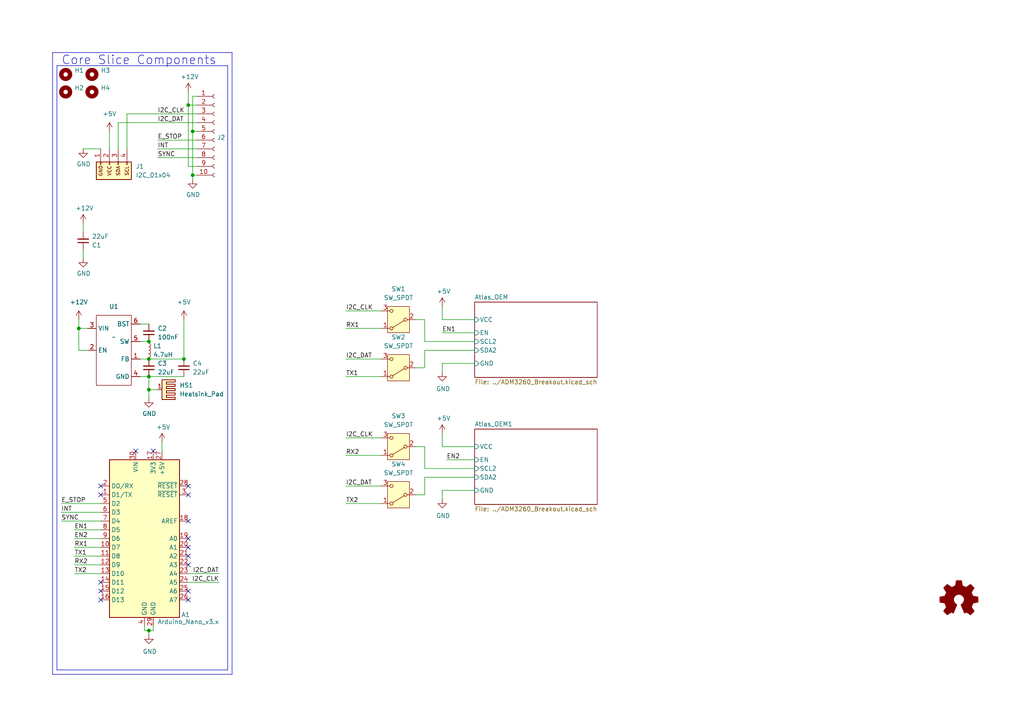
<source format=kicad_sch>
(kicad_sch (version 20231120) (generator "eeschema") (generator_version "8.0")
  (paper "A4")
  (lib_symbols
    (symbol "Connector:Conn_01x10_Female" (pin_names (offset 1.016) hide)
      (property "Reference" "J" (at 0 12.7 0))
      (property "Value" "Conn_01x10_Female" (at 0 -15.24 0))
      (symbol "Conn_01x10_Female_1_1"
        (arc (start 0 -12.192) (mid -0.5058 -12.7) (end 0 -13.208) (stroke (width 0.1524)))
        (arc (start 0 -9.652) (mid -0.5058 -10.16) (end 0 -10.668) (stroke (width 0.1524)))
        (arc (start 0 -7.112) (mid -0.5058 -7.62) (end 0 -8.128) (stroke (width 0.1524)))
        (arc (start 0 -4.572) (mid -0.5058 -5.08) (end 0 -5.588) (stroke (width 0.1524)))
        (arc (start 0 -2.032) (mid -0.5058 -2.54) (end 0 -3.048) (stroke (width 0.1524)))
        (polyline (pts (xy -1.27 -12.7) (xy -0.508 -12.7)) (stroke (width 0.1524)))
        (polyline (pts (xy -1.27 -10.16) (xy -0.508 -10.16)) (stroke (width 0.1524)))
        (polyline (pts (xy -1.27 -7.62) (xy -0.508 -7.62)) (stroke (width 0.1524)))
        (polyline (pts (xy -1.27 -5.08) (xy -0.508 -5.08)) (stroke (width 0.1524)))
        (polyline (pts (xy -1.27 -2.54) (xy -0.508 -2.54)) (stroke (width 0.1524)))
        (polyline (pts (xy -1.27 0) (xy -0.508 0)) (stroke (width 0.1524)))
        (polyline (pts (xy -1.27 2.54) (xy -0.508 2.54)) (stroke (width 0.1524)))
        (polyline (pts (xy -1.27 5.08) (xy -0.508 5.08)) (stroke (width 0.1524)))
        (polyline (pts (xy -1.27 7.62) (xy -0.508 7.62)) (stroke (width 0.1524)))
        (polyline (pts (xy -1.27 10.16) (xy -0.508 10.16)) (stroke (width 0.1524)))
        (arc (start 0 0.508) (mid -0.5058 0) (end 0 -0.508) (stroke (width 0.1524)))
        (arc (start 0 3.048) (mid -0.5058 2.54) (end 0 2.032) (stroke (width 0.1524)))
        (arc (start 0 5.588) (mid -0.5058 5.08) (end 0 4.572) (stroke (width 0.1524)))
        (arc (start 0 8.128) (mid -0.5058 7.62) (end 0 7.112) (stroke (width 0.1524)))
        (arc (start 0 10.668) (mid -0.5058 10.16) (end 0 9.652) (stroke (width 0.1524)))
        (pin passive line (at -5.08 10.16 0) (length 3.81) (name "Pin_1") (number "1"))
        (pin passive line (at -5.08 -12.7 0) (length 3.81) (name "Pin_10") (number "10"))
        (pin passive line (at -5.08 7.62 0) (length 3.81) (name "Pin_2") (number "2"))
        (pin passive line (at -5.08 5.08 0) (length 3.81) (name "Pin_3") (number "3"))
        (pin passive line (at -5.08 2.54 0) (length 3.81) (name "Pin_4") (number "4"))
        (pin passive line (at -5.08 0 0) (length 3.81) (name "Pin_5") (number "5"))
        (pin passive line (at -5.08 -2.54 0) (length 3.81) (name "Pin_6") (number "6"))
        (pin passive line (at -5.08 -5.08 0) (length 3.81) (name "Pin_7") (number "7"))
        (pin passive line (at -5.08 -7.62 0) (length 3.81) (name "Pin_8") (number "8"))
        (pin passive line (at -5.08 -10.16 0) (length 3.81) (name "Pin_9") (number "9"))
      )
    )
    (symbol "Device:C_Small" (pin_numbers hide) (pin_names (offset 0.254) hide)
      (property "Reference" "C" (at 0.254 1.778 0))
      (property "Value" "C_Small" (at 0.254 -2.032 0))
      (symbol "C_Small_0_1"
        (polyline (pts (xy -1.524 -0.508) (xy 1.524 -0.508)) (stroke (width 0.3302)))
        (polyline (pts (xy -1.524 0.508) (xy 1.524 0.508)) (stroke (width 0.3048)))
      )
      (symbol "C_Small_1_1"
        (pin passive line (at 0 2.54 270) (length 2.032) (name "~") (number "1"))
        (pin passive line (at 0 -2.54 90) (length 2.032) (name "~") (number "2"))
      )
    )
    (symbol "Device:L_Small" (pin_numbers hide) (pin_names (offset 0.254) hide)
      (property "Reference" "L" (at 0.762 1.016 0))
      (property "Value" "L_Small" (at 0.762 -1.016 0))
      (symbol "L_Small_0_1"
        (arc (start 0 -2.032) (mid 0.5058 -1.524) (end 0 -1.016))
        (arc (start 0 -1.016) (mid 0.5058 -0.508) (end 0 0))
        (arc (start 0 0) (mid 0.5058 0.508) (end 0 1.016))
        (arc (start 0 1.016) (mid 0.5058 1.524) (end 0 2.032))
      )
      (symbol "L_Small_1_1"
        (pin passive line (at 0 2.54 270) (length 0.508) (name "~") (number "1"))
        (pin passive line (at 0 -2.54 90) (length 0.508) (name "~") (number "2"))
      )
    )
    (symbol "Graphic:Logo_Open_Hardware_Small" (pin_names (offset 1.016))
      (symbol "Logo_Open_Hardware_Small_0_1"
        (polyline (pts (xy 3.3528 -4.3434) (xy 3.302 -4.318) (xy 3.175 -4.2418) (xy 2.9972 -4.1148) (xy 2.7686 -3.9624) (xy 2.54 -3.81) (xy 2.3622 -3.7084) (xy 2.2352 -3.6068) (xy 2.1844 -3.5814) (xy 2.159 -3.6068) (xy 2.0574 -3.6576) (xy 1.905 -3.7338) (xy 1.8034 -3.7846) (xy 1.6764 -3.8354) (xy 1.6002 -3.8354) (xy 1.6002 -3.8354) (xy 1.5494 -3.7338) (xy 1.4732 -3.5306) (xy 1.3462 -3.302) (xy 1.2446 -3.0226) (xy 1.1176 -2.7178) (xy 0.9652 -2.413) (xy 0.8636 -2.1082) (xy 0.7366 -1.8288) (xy 0.6604 -1.6256) (xy 0.6096 -1.4732) (xy 0.5842 -1.397) (xy 0.5842 -1.397) (xy 0.6604 -1.3208) (xy 0.7874 -1.2446) (xy 1.0414 -1.016) (xy 1.2954 -0.6858) (xy 1.4478 -0.3302) (xy 1.524 0.0762) (xy 1.4732 0.4572) (xy 1.3208 0.8128) (xy 1.0668 1.143) (xy 0.762 1.3716) (xy 0.4064 1.524) (xy 0 1.5748) (xy -0.381 1.5494) (xy -0.7366 1.397) (xy -1.0668 1.143) (xy -1.2192 0.9906) (xy -1.397 0.6604) (xy -1.524 0.3048) (xy -1.524 0.2286) (xy -1.4986 -0.1778) (xy -1.397 -0.5334) (xy -1.1938 -0.8636) (xy -0.9144 -1.143) (xy -0.8636 -1.1684) (xy -0.7366 -1.27) (xy -0.635 -1.3462) (xy -0.5842 -1.397) (xy -1.0668 -2.5908) (xy -1.143 -2.794) (xy -1.2954 -3.1242) (xy -1.397 -3.4036) (xy -1.4986 -3.6322) (xy -1.5748 -3.7846) (xy -1.6002 -3.8354) (xy -1.6002 -3.8354) (xy -1.651 -3.8354) (xy -1.7272 -3.81) (xy -1.905 -3.7338) (xy -2.0066 -3.683) (xy -2.1336 -3.6068) (xy -2.2098 -3.5814) (xy -2.2606 -3.6068) (xy -2.3622 -3.683) (xy -2.54 -3.81) (xy -2.7686 -3.9624) (xy -2.9718 -4.0894) (xy -3.1496 -4.2164) (xy -3.302 -4.318) (xy -3.3528 -4.3434) (xy -3.3782 -4.3434) (xy -3.429 -4.318) (xy -3.5306 -4.2164) (xy -3.7084 -4.064) (xy -3.937 -3.8354) (xy -3.9624 -3.81) (xy -4.1656 -3.6068) (xy -4.318 -3.4544) (xy -4.4196 -3.3274) (xy -4.445 -3.2766) (xy -4.445 -3.2766) (xy -4.4196 -3.2258) (xy -4.318 -3.0734) (xy -4.2164 -2.8956) (xy -4.064 -2.667) (xy -3.6576 -2.0828) (xy -3.8862 -1.5494) (xy -3.937 -1.3716) (xy -4.0386 -1.1684) (xy -4.0894 -1.0414) (xy -4.1148 -0.9652) (xy -4.191 -0.9398) (xy -4.318 -0.9144) (xy -4.5466 -0.8636) (xy -4.8006 -0.8128) (xy -5.0546 -0.7874) (xy -5.2578 -0.7366) (xy -5.4356 -0.7112) (xy -5.5118 -0.6858) (xy -5.5118 -0.6858) (xy -5.5372 -0.635) (xy -5.5372 -0.5588) (xy -5.5372 -0.4318) (xy -5.5626 -0.2286) (xy -5.5626 0.0762) (xy -5.5626 0.127) (xy -5.5372 0.4064) (xy -5.5372 0.635) (xy -5.5372 0.762) (xy -5.5372 0.8382) (xy -5.5372 0.8382) (xy -5.461 0.8382) (xy -5.3086 0.889) (xy -5.08 0.9144) (xy -4.826 0.9652) (xy -4.8006 0.9906) (xy -4.5466 1.0414) (xy -4.318 1.0668) (xy -4.1656 1.1176) (xy -4.0894 1.143) (xy -4.0894 1.143) (xy -4.0386 1.2446) (xy -3.9624 1.4224) (xy -3.8608 1.6256) (xy -3.7846 1.8288) (xy -3.7084 2.0066) (xy -3.6576 2.159) (xy -3.6322 2.2098) (xy -3.6322 2.2098) (xy -3.683 2.286) (xy -3.7592 2.413) (xy -3.8862 2.5908) (xy -4.064 2.8194) (xy -4.064 2.8448) (xy -4.2164 3.0734) (xy -4.3434 3.2512) (xy -4.4196 3.3782) (xy -4.445 3.4544) (xy -4.445 3.4544) (xy -4.3942 3.5052) (xy -4.2926 3.6322) (xy -4.1148 3.81) (xy -3.937 4.0132) (xy -3.8608 4.064) (xy -3.6576 4.2926) (xy -3.5052 4.4196) (xy -3.4036 4.4958) (xy -3.3528 4.5212) (xy -3.3528 4.5212) (xy -3.302 4.4704) (xy -3.1496 4.3688) (xy -2.9718 4.2418) (xy -2.7432 4.0894) (xy -2.7178 4.0894) (xy -2.4892 3.937) (xy -2.3114 3.81) (xy -2.1844 3.7084) (xy -2.1336 3.683) (xy -2.1082 3.683) (xy -2.032 3.7084) (xy -1.8542 3.7592) (xy -1.6764 3.8354) (xy -1.4732 3.937) (xy -1.27 4.0132) (xy -1.143 4.064) (xy -1.0668 4.1148) (xy -1.0668 4.1148) (xy -1.0414 4.191) (xy -1.016 4.3434) (xy -0.9652 4.572) (xy -0.9144 4.8514) (xy -0.889 4.9022) (xy -0.8382 5.1562) (xy -0.8128 5.3848) (xy -0.7874 5.5372) (xy -0.762 5.588) (xy -0.7112 5.6134) (xy -0.5842 5.6134) (xy -0.4064 5.6134) (xy -0.1524 5.6134) (xy 0.0762 5.6134) (xy 0.3302 5.6134) (xy 0.5334 5.6134) (xy 0.6858 5.588) (xy 0.7366 5.588) (xy 0.7366 5.588) (xy 0.762 5.5118) (xy 0.8128 5.334) (xy 0.8382 5.1054) (xy 0.9144 4.826) (xy 0.9144 4.7752) (xy 0.9652 4.5212) (xy 1.016 4.2926) (xy 1.0414 4.1402) (xy 1.0668 4.0894) (xy 1.0668 4.0894) (xy 1.1938 4.0386) (xy 1.3716 3.9624) (xy 1.5748 3.8608) (xy 2.0828 3.6576) (xy 2.7178 4.0894) (xy 2.7686 4.1402) (xy 2.9972 4.2926) (xy 3.175 4.4196) (xy 3.302 4.4958) (xy 3.3782 4.5212) (xy 3.3782 4.5212) (xy 3.429 4.4704) (xy 3.556 4.3434) (xy 3.7338 4.191) (xy 3.9116 3.9878) (xy 4.064 3.8354) (xy 4.2418 3.6576) (xy 4.3434 3.556) (xy 4.4196 3.4798) (xy 4.4196 3.429) (xy 4.4196 3.4036) (xy 4.3942 3.3274) (xy 4.2926 3.2004) (xy 4.1656 2.9972) (xy 4.0132 2.794) (xy 3.8862 2.5908) (xy 3.7592 2.3876) (xy 3.6576 2.2352) (xy 3.6322 2.159) (xy 3.6322 2.1336) (xy 3.683 2.0066) (xy 3.7592 1.8288) (xy 3.8608 1.6002) (xy 4.064 1.1176) (xy 4.3942 1.0414) (xy 4.5974 1.016) (xy 4.8768 0.9652) (xy 5.1308 0.9144) (xy 5.5372 0.8382) (xy 5.5626 -0.6604) (xy 5.4864 -0.6858) (xy 5.4356 -0.6858) (xy 5.2832 -0.7366) (xy 5.0546 -0.762) (xy 4.8006 -0.8128) (xy 4.5974 -0.8636) (xy 4.3688 -0.9144) (xy 4.2164 -0.9398) (xy 4.1402 -0.9398) (xy 4.1148 -0.9652) (xy 4.064 -1.0668) (xy 3.9878 -1.2446) (xy 3.9116 -1.4478) (xy 3.81 -1.651) (xy 3.7338 -1.8542) (xy 3.683 -2.0066) (xy 3.6576 -2.0828) (xy 3.683 -2.1336) (xy 3.7846 -2.2606) (xy 3.8862 -2.4638) (xy 4.0386 -2.667) (xy 4.191 -2.8956) (xy 4.318 -3.0734) (xy 4.3942 -3.2004) (xy 4.445 -3.2766) (xy 4.4196 -3.3274) (xy 4.3434 -3.429) (xy 4.1656 -3.5814) (xy 3.937 -3.8354) (xy 3.8862 -3.8608) (xy 3.683 -4.064) (xy 3.5306 -4.2164) (xy 3.4036 -4.318) (xy 3.3528 -4.3434)) (fill (type outline)))
      )
    )
    (symbol "MCU_Module:Arduino_Nano_v3.x"
      (property "Reference" "A" (at -10.16 23.495 0))
      (property "Value" "Arduino_Nano_v3.x" (at 5.08 -24.13 0))
      (symbol "Arduino_Nano_v3.x_0_1"
        (rectangle (start -10.16 22.86) (end 10.16 -22.86) (stroke (width 0.254)) (fill (type background)))
      )
      (symbol "Arduino_Nano_v3.x_1_1"
        (pin bidirectional line (at -12.7 12.7 0) (length 2.54) (name "D1/TX") (number "1"))
        (pin bidirectional line (at -12.7 -2.54 0) (length 2.54) (name "D7") (number "10"))
        (pin bidirectional line (at -12.7 -5.08 0) (length 2.54) (name "D8") (number "11"))
        (pin bidirectional line (at -12.7 -7.62 0) (length 2.54) (name "D9") (number "12"))
        (pin bidirectional line (at -12.7 -10.16 0) (length 2.54) (name "D10") (number "13"))
        (pin bidirectional line (at -12.7 -12.7 0) (length 2.54) (name "D11") (number "14"))
        (pin bidirectional line (at -12.7 -15.24 0) (length 2.54) (name "D12") (number "15"))
        (pin bidirectional line (at -12.7 -17.78 0) (length 2.54) (name "D13") (number "16"))
        (pin power_out line (at 2.54 25.4 270) (length 2.54) (name "3V3") (number "17"))
        (pin input line (at 12.7 5.08 180) (length 2.54) (name "AREF") (number "18"))
        (pin bidirectional line (at 12.7 0 180) (length 2.54) (name "A0") (number "19"))
        (pin bidirectional line (at -12.7 15.24 0) (length 2.54) (name "D0/RX") (number "2"))
        (pin bidirectional line (at 12.7 -2.54 180) (length 2.54) (name "A1") (number "20"))
        (pin bidirectional line (at 12.7 -5.08 180) (length 2.54) (name "A2") (number "21"))
        (pin bidirectional line (at 12.7 -7.62 180) (length 2.54) (name "A3") (number "22"))
        (pin bidirectional line (at 12.7 -10.16 180) (length 2.54) (name "A4") (number "23"))
        (pin bidirectional line (at 12.7 -12.7 180) (length 2.54) (name "A5") (number "24"))
        (pin bidirectional line (at 12.7 -15.24 180) (length 2.54) (name "A6") (number "25"))
        (pin bidirectional line (at 12.7 -17.78 180) (length 2.54) (name "A7") (number "26"))
        (pin power_out line (at 5.08 25.4 270) (length 2.54) (name "+5V") (number "27"))
        (pin input line (at 12.7 15.24 180) (length 2.54) (name "~{RESET}") (number "28"))
        (pin power_in line (at 2.54 -25.4 90) (length 2.54) (name "GND") (number "29"))
        (pin input line (at 12.7 12.7 180) (length 2.54) (name "~{RESET}") (number "3"))
        (pin power_in line (at -2.54 25.4 270) (length 2.54) (name "VIN") (number "30"))
        (pin power_in line (at 0 -25.4 90) (length 2.54) (name "GND") (number "4"))
        (pin bidirectional line (at -12.7 10.16 0) (length 2.54) (name "D2") (number "5"))
        (pin bidirectional line (at -12.7 7.62 0) (length 2.54) (name "D3") (number "6"))
        (pin bidirectional line (at -12.7 5.08 0) (length 2.54) (name "D4") (number "7"))
        (pin bidirectional line (at -12.7 2.54 0) (length 2.54) (name "D5") (number "8"))
        (pin bidirectional line (at -12.7 0 0) (length 2.54) (name "D6") (number "9"))
      )
    )
    (symbol "Mechanical:Heatsink_Pad" (pin_names (offset 0))
      (property "Reference" "HS" (at 0 5.715 0))
      (property "Value" "Heatsink_Pad" (at 0 3.81 0))
      (symbol "Heatsink_Pad_0_1"
        (polyline (pts (xy -0.3302 0) (xy -0.9652 0) (xy -0.9652 2.54) (xy -1.6002 2.54) (xy -1.6002 0) (xy -2.2352 0) (xy -2.2352 2.54) (xy -2.8702 2.54) (xy -2.8702 -1.27) (xy -0.9652 -1.27)) (stroke (width 0.254)) (fill (type background)))
        (polyline (pts (xy -0.3302 0) (xy -0.3302 2.54) (xy 0.3048 2.54) (xy 0.3048 0) (xy 0.9398 0) (xy 0.9398 2.54) (xy 1.5748 2.54) (xy 1.5748 0) (xy 2.2098 0) (xy 2.2098 2.54) (xy 2.8448 2.54) (xy 2.8448 -1.27) (xy -0.9652 -1.27)) (stroke (width 0.254)) (fill (type background)))
      )
      (symbol "Heatsink_Pad_1_1"
        (pin passive line (at 0 -2.54 90) (length 1.27) (name "~") (number "1"))
      )
    )
    (symbol "Mechanical:MountingHole" (pin_names (offset 1.016))
      (property "Reference" "H" (at 0 5.08 0))
      (property "Value" "MountingHole" (at 0 3.175 0))
      (symbol "MountingHole_0_1"
        (circle (center 0 0) (radius 1.27) (stroke (width 1.27)))
      )
    )
    (symbol "SparkFun-Connector:I2C_01x04" (pin_names (offset 1.016) hide)
      (property "Reference" "J" (at 0 5.08 0))
      (property "Value" "I2C_01x04" (at 0 -7.62 0))
      (symbol "I2C_01x04_1_1"
        (rectangle (start -1.27 -4.953) (end -0.508 -5.207) (stroke (width 0.1524)))
        (rectangle (start -1.27 -2.413) (end -0.508 -2.667) (stroke (width 0.1524)))
        (rectangle (start -1.27 0.127) (end -0.508 -0.127) (stroke (width 0.1524)))
        (rectangle (start -1.27 2.667) (end -0.508 2.413) (stroke (width 0.1524)))
        (rectangle (start -1.27 3.81) (end 3.81 -6.35) (stroke (width 0.254)) (fill (type background)))
        (text "GND" (at 1.27 -5.08 0) (effects (font (size 1 1))))
        (text "SCL" (at 1.27 2.54 0) (effects (font (size 1 1))))
        (text "SDA" (at 1.27 0 0) (effects (font (size 1 1))))
        (text "VCC" (at 1.27 -2.54 0) (effects (font (size 1 1))))
        (pin passive line (at -5.08 -5.08 0) (length 3.81) (name "Pin_1") (number "1"))
        (pin passive line (at -5.08 -2.54 0) (length 3.81) (name "Pin_2") (number "2"))
        (pin passive line (at -5.08 0 0) (length 3.81) (name "Pin_3") (number "3"))
        (pin passive line (at -5.08 2.54 0) (length 3.81) (name "Pin_4") (number "4"))
      )
    )
    (symbol "SparkFun-DiscreteSemi:AP63205"
      (property "Reference" "U" (at 0 7.62 0))
      (symbol "AP63205_0_1"
        (rectangle (start -5.08 6.35) (end 5.08 -13.97))
      )
      (symbol "AP63205_1_1"
        (pin input line (at 7.62 -6.35 180) (length 2.54) (name "FB") (number "1"))
        (pin input line (at -7.62 -3.81 0) (length 2.54) (name "EN") (number "2"))
        (pin input line (at -7.62 2.54 0) (length 2.54) (name "VIN") (number "3"))
        (pin input line (at 7.62 -11.43 180) (length 2.54) (name "GND") (number "4"))
        (pin input line (at 7.62 -1.27 180) (length 2.54) (name "SW") (number "5"))
        (pin input line (at 7.62 3.81 180) (length 2.54) (name "BST") (number "6"))
      )
    )
    (symbol "Switch:SW_SPDT" (pin_names (offset 0) hide)
      (property "Reference" "SW" (at 0 5.08 0))
      (property "Value" "SW_SPDT" (at 0 -5.08 0))
      (symbol "SW_SPDT_0_1"
        (circle (center -2.032 0) (radius 0.4572))
        (polyline (pts (xy -1.651 0.254) (xy 1.651 2.286)))
        (circle (center 2.032 -2.54) (radius 0.4572))
        (circle (center 2.032 2.54) (radius 0.4572))
      )
      (symbol "SW_SPDT_1_1"
        (rectangle (start -3.175 3.81) (end 3.175 -3.81) (fill (type background)))
        (pin passive line (at 5.08 2.54 180) (length 2.54) (name "A") (number "1"))
        (pin passive line (at -5.08 0 0) (length 2.54) (name "B") (number "2"))
        (pin passive line (at 5.08 -2.54 180) (length 2.54) (name "C") (number "3"))
      )
    )
    (symbol "power:+12V" (power) (pin_names (offset 0))
      (property "Value" "+12V" (at 0 3.556 0))
      (symbol "+12V_0_1"
        (polyline (pts (xy -0.762 1.27) (xy 0 2.54)))
        (polyline (pts (xy 0 0) (xy 0 2.54)))
        (polyline (pts (xy 0 2.54) (xy 0.762 1.27)))
      )
      (symbol "+12V_1_1"
        (pin power_in line (at 0 0 90) (length 0) hide (name "+12V") (number "1"))
      )
    )
    (symbol "power:+5V" (power) (pin_names (offset 0))
      (property "Value" "+5V" (at 0 3.556 0))
      (symbol "+5V_0_1"
        (polyline (pts (xy -0.762 1.27) (xy 0 2.54)))
        (polyline (pts (xy 0 0) (xy 0 2.54)))
        (polyline (pts (xy 0 2.54) (xy 0.762 1.27)))
      )
      (symbol "+5V_1_1"
        (pin power_in line (at 0 0 90) (length 0) hide (name "+5V") (number "1"))
      )
    )
    (symbol "power:GND" (power) (pin_names (offset 0))
      (property "Value" "GND" (at 0 -3.81 0))
      (symbol "GND_0_1"
        (polyline (pts (xy 0 0) (xy 0 -1.27) (xy 1.27 -1.27) (xy 0 -2.54) (xy -1.27 -1.27) (xy 0 -1.27)))
      )
      (symbol "GND_1_1"
        (pin power_in line (at 0 0 270) (length 0) hide (name "GND") (number "1"))
      )
    )
  )
  (junction (at 54.61 30.48))
  (junction (at 43.18 109.22))
  (junction (at 55.88 50.8))
  (junction (at 43.18 99.06))
  (junction (at 43.18 113.03))
  (junction (at 43.18 104.14))
  (junction (at 22.86 95.25))
  (junction (at 53.34 104.14))
  (junction (at 55.88 38.1))
  (junction (at 43.18 182.88))
  (no_connect (at 39.37 130.81))
  (no_connect (at 54.61 171.45))
  (no_connect (at 29.21 171.45))
  (no_connect (at 29.21 143.51))
  (no_connect (at 54.61 161.29))
  (no_connect (at 54.61 173.99))
  (no_connect (at 54.61 140.97))
  (no_connect (at 54.61 158.75))
  (no_connect (at 54.61 156.21))
  (no_connect (at 54.61 151.13))
  (no_connect (at 29.21 140.97))
  (no_connect (at 54.61 143.51))
  (no_connect (at 44.45 130.81))
  (no_connect (at 54.61 163.83))
  (no_connect (at 29.21 168.91))
  (no_connect (at 29.21 173.99))
  (wire (pts (xy 54.61 30.48) (xy 57.15 30.48)))
  (wire (pts (xy 54.61 26.67) (xy 54.61 30.48)))
  (polyline (pts (xy 15.24 195.58) (xy 67.31 195.58)))
  (wire (pts (xy 22.86 95.25) (xy 25.4 95.25)))
  (wire (pts (xy 40.64 109.22) (xy 43.18 109.22)))
  (wire (pts (xy 100.33 127) (xy 110.49 127)))
  (wire (pts (xy 128.27 129.54) (xy 137.668 129.54)))
  (wire (pts (xy 36.83 33.02) (xy 57.15 33.02)))
  (wire (pts (xy 43.18 104.14) (xy 53.34 104.14)))
  (wire (pts (xy 43.18 115.57) (xy 43.18 113.03)))
  (wire (pts (xy 40.64 99.06) (xy 43.18 99.06)))
  (wire (pts (xy 57.15 50.8) (xy 55.88 50.8)))
  (wire (pts (xy 24.13 72.39) (xy 24.13 74.93)))
  (wire (pts (xy 57.15 48.26) (xy 54.61 48.26)))
  (wire (pts (xy 29.21 146.05) (xy 17.78 146.05)))
  (wire (pts (xy 36.83 43.18) (xy 36.83 33.02)))
  (wire (pts (xy 128.27 125.73) (xy 128.27 129.54)))
  (wire (pts (xy 123.19 138.43) (xy 123.19 143.51)))
  (wire (pts (xy 34.29 43.18) (xy 34.29 35.56)))
  (wire (pts (xy 21.59 163.83) (xy 29.21 163.83)))
  (wire (pts (xy 43.18 182.88) (xy 44.45 182.88)))
  (polyline (pts (xy 15.24 15.24) (xy 15.24 195.58)))
  (wire (pts (xy 40.64 93.98) (xy 43.18 93.98)))
  (wire (pts (xy 128.27 144.78) (xy 128.27 142.24)))
  (wire (pts (xy 100.33 90.17) (xy 110.49 90.17)))
  (wire (pts (xy 45.72 43.18) (xy 57.15 43.18)))
  (wire (pts (xy 100.33 140.97) (xy 110.49 140.97)))
  (wire (pts (xy 44.45 182.88) (xy 44.45 181.61)))
  (wire (pts (xy 123.19 106.68) (xy 120.65 106.68)))
  (wire (pts (xy 46.99 128.27) (xy 46.99 130.81)))
  (wire (pts (xy 55.88 52.07) (xy 55.88 50.8)))
  (wire (pts (xy 21.59 156.21) (xy 29.21 156.21)))
  (polyline (pts (xy 66.04 19.05) (xy 16.51 19.05)))
  (wire (pts (xy 123.19 138.43) (xy 137.668 138.43)))
  (wire (pts (xy 55.88 27.94) (xy 57.15 27.94)))
  (wire (pts (xy 53.34 104.14) (xy 53.34 92.71)))
  (wire (pts (xy 55.88 38.1) (xy 55.88 27.94)))
  (wire (pts (xy 129.54 133.35) (xy 137.668 133.35)))
  (wire (pts (xy 120.65 92.71) (xy 123.19 92.71)))
  (wire (pts (xy 24.13 43.18) (xy 29.21 43.18)))
  (wire (pts (xy 128.27 105.41) (xy 137.668 105.41)))
  (wire (pts (xy 123.19 99.06) (xy 123.19 92.71)))
  (wire (pts (xy 100.33 95.25) (xy 110.49 95.25)))
  (wire (pts (xy 45.72 45.72) (xy 57.15 45.72)))
  (wire (pts (xy 17.78 148.59) (xy 29.21 148.59)))
  (wire (pts (xy 57.15 38.1) (xy 55.88 38.1)))
  (polyline (pts (xy 16.51 194.31) (xy 66.04 194.31)))
  (wire (pts (xy 123.19 135.89) (xy 123.19 129.54)))
  (wire (pts (xy 128.27 96.52) (xy 137.668 96.52)))
  (wire (pts (xy 41.91 181.61) (xy 41.91 182.88)))
  (wire (pts (xy 22.86 92.71) (xy 22.86 95.25)))
  (wire (pts (xy 45.72 113.03) (xy 43.18 113.03)))
  (wire (pts (xy 128.27 88.9) (xy 128.27 92.71)))
  (wire (pts (xy 55.88 50.8) (xy 55.88 38.1)))
  (wire (pts (xy 123.19 135.89) (xy 137.668 135.89)))
  (wire (pts (xy 22.86 101.6) (xy 25.4 101.6)))
  (polyline (pts (xy 16.51 19.05) (xy 16.51 194.31)))
  (wire (pts (xy 100.33 104.14) (xy 110.49 104.14)))
  (wire (pts (xy 43.18 113.03) (xy 43.18 109.22)))
  (wire (pts (xy 21.59 158.75) (xy 29.21 158.75)))
  (wire (pts (xy 31.75 38.1) (xy 31.75 43.18)))
  (polyline (pts (xy 67.31 15.24) (xy 15.24 15.24)))
  (wire (pts (xy 128.27 92.71) (xy 137.668 92.71)))
  (wire (pts (xy 41.91 182.88) (xy 43.18 182.88)))
  (polyline (pts (xy 67.31 195.58) (xy 67.31 15.24)))
  (wire (pts (xy 21.59 166.37) (xy 29.21 166.37)))
  (wire (pts (xy 123.19 101.6) (xy 123.19 106.68)))
  (wire (pts (xy 100.33 146.05) (xy 110.49 146.05)))
  (wire (pts (xy 54.61 168.91) (xy 63.5 168.91)))
  (polyline (pts (xy 66.04 194.31) (xy 66.04 19.05)))
  (wire (pts (xy 128.27 107.95) (xy 128.27 105.41)))
  (wire (pts (xy 63.5 166.37) (xy 54.61 166.37)))
  (wire (pts (xy 123.19 143.51) (xy 120.65 143.51)))
  (wire (pts (xy 21.59 153.67) (xy 29.21 153.67)))
  (wire (pts (xy 17.78 151.13) (xy 29.21 151.13)))
  (wire (pts (xy 40.64 104.14) (xy 43.18 104.14)))
  (wire (pts (xy 100.33 109.22) (xy 110.49 109.22)))
  (wire (pts (xy 24.13 64.77) (xy 24.13 67.31)))
  (wire (pts (xy 34.29 35.56) (xy 57.15 35.56)))
  (wire (pts (xy 22.86 101.6) (xy 22.86 95.25)))
  (wire (pts (xy 43.18 109.22) (xy 53.34 109.22)))
  (wire (pts (xy 123.19 99.06) (xy 137.668 99.06)))
  (wire (pts (xy 128.27 142.24) (xy 137.668 142.24)))
  (wire (pts (xy 123.19 101.6) (xy 137.668 101.6)))
  (wire (pts (xy 43.18 182.88) (xy 43.18 184.15)))
  (wire (pts (xy 21.59 161.29) (xy 29.21 161.29)))
  (wire (pts (xy 57.15 40.64) (xy 45.72 40.64)))
  (wire (pts (xy 100.33 132.08) (xy 110.49 132.08)))
  (wire (pts (xy 120.65 129.54) (xy 123.19 129.54)))
  (wire (pts (xy 54.61 48.26) (xy 54.61 30.48)))
  (text "Core Slice Components" (at 17.78 19.05 0) (effects (font (size 2.54 2.54)) (justify left bottom)))
  (label "INT" (at 17.78 148.59 0))
  (label "I2C_DAT" (at 63.5 166.37 180))
  (label "TX2" (at 100.33 146.05 0))
  (label "I2C_CLK" (at 100.33 90.17 0))
  (label "E_STOP" (at 17.78 146.05 0))
  (label "I2C_DAT" (at 45.72 35.56 0))
  (label "I2C_DAT" (at 100.33 104.14 0))
  (label "TX1" (at 100.33 109.22 0))
  (label "RX2" (at 21.59 163.83 0))
  (label "INT" (at 45.72 43.18 0))
  (label "RX2" (at 100.33 132.08 0))
  (label "I2C_CLK" (at 100.33 127 0))
  (label "I2C_CLK" (at 45.72 33.02 0))
  (label "SYNC" (at 17.78 151.13 0))
  (label "E_STOP" (at 45.72 40.64 0))
  (label "EN2" (at 21.59 156.21 0))
  (label "EN2" (at 129.54 133.35 0))
  (label "RX1" (at 100.33 95.25 0))
  (label "I2C_DAT" (at 100.33 140.97 0))
  (label "SYNC" (at 45.72 45.72 0))
  (label "EN1" (at 21.59 153.67 0))
  (label "TX2" (at 21.59 166.37 0))
  (label "I2C_CLK" (at 63.5 168.91 180))
  (label "TX1" (at 21.59 161.29 0))
  (label "RX1" (at 21.59 158.75 0))
  (label "EN1" (at 128.27 96.52 0))
  (symbol (lib_id "Graphic:Logo_Open_Hardware_Small") (at 278.13 173.99 0) (unit 1)
    (property "Reference" "Logo1" (effects (hide yes)))
    (property "Value" "Logo_Open_Hardware_Small" (effects (hide yes)))
    (property "Footprint" "Symbol:OSHW-Symbol_6.7x6mm_SilkScreen" (effects (hide yes)))
  )
  (symbol (lib_id "power:GND") (at 128.27 107.95 0) (unit 1)
    (property "Reference" "#PWR014" (effects (hide yes)))
    (property "Value" "GND" (at 128.524 112.776 0))
  )
  (symbol (lib_id "Mechanical:MountingHole") (at 26.67 26.67 0) (unit 1)
    (property "Reference" "H4" (at 29.21 25.5016 0) (effects (justify left)))
    (property "Value" "MountingHole" (effects (hide yes)))
    (property "Footprint" "MountingHole:MountingHole_5mm" (effects (hide yes)))
  )
  (symbol (lib_id "SparkFun-Connector:I2C_01x04") (at 34.29 48.26 270) (unit 1)
    (property "Reference" "J1" (at 39.37 48.26 90) (effects (justify left)))
    (property "Value" "I2C_01x04" (at 39.37 50.8 90) (effects (justify left)))
    (property "Footprint" "Connector_JST:JST_SH_SM04B-SRSS-TB_1x04-1MP_P1.00mm_Horizontal" (effects (hide yes)))
  )
  (symbol (lib_id "Switch:SW_SPDT") (at 115.57 92.71 180) (unit 1)
    (property "Reference" "SW1" (at 115.57 83.82 0))
    (property "Value" "SW_SPDT" (at 115.57 86.36 0))
    (property "Footprint" "Capacitor_SMD:C_0201_0603Metric" (effects (hide yes)))
    (property "Description" "Switch, single pole double throw" (effects (hide yes)))
  )
  (symbol (lib_id "MCU_Module:Arduino_Nano_v3.x") (at 41.91 156.21 0) (unit 1)
    (property "Reference" "A1" (at 53.848 178.308 0))
    (property "Value" "Arduino_Nano_v3.x" (at 54.61 180.34 0))
    (property "Footprint" "Module:Arduino_Nano" (effects (hide yes)))
    (property "Datasheet" "http://www.mouser.com/pdfdocs/Gravitech_Arduino_Nano3_0.pdf" (effects (hide yes)))
  )
  (symbol (lib_id "power:GND") (at 128.27 144.78 0) (unit 1)
    (property "Reference" "#PWR017" (effects (hide yes)))
    (property "Value" "GND" (at 128.524 149.606 0))
  )
  (symbol (lib_id "Device:C_Small") (at 43.18 106.68 180) (unit 1)
    (property "Reference" "C3" (at 45.72 105.4036 0) (effects (justify right)))
    (property "Value" "22uF" (at 45.72 107.9436 0) (effects (justify right)))
    (property "Footprint" "Capacitor_SMD:C_1206_3216Metric" (effects (hide yes)))
  )
  (symbol (lib_id "power:GND") (at 43.18 184.15 0) (unit 1)
    (property "Reference" "#PWR07" (effects (hide yes)))
    (property "Value" "GND" (at 43.434 188.976 0))
  )
  (symbol (lib_id "Device:C_Small") (at 24.13 69.85 0) (mirror x) (unit 1)
    (property "Reference" "C1" (at 26.67 71.1137 0) (effects (justify left)))
    (property "Value" "22uF" (at 26.67 68.5737 0) (effects (justify left)))
    (property "Footprint" "Capacitor_SMD:C_1206_3216Metric" (effects (hide yes)))
  )
  (symbol (lib_id "Switch:SW_SPDT") (at 115.57 106.68 180) (unit 1)
    (property "Reference" "SW2" (at 115.57 97.79 0))
    (property "Value" "SW_SPDT" (at 115.57 100.33 0))
    (property "Footprint" "Capacitor_SMD:C_0201_0603Metric" (effects (hide yes)))
    (property "Description" "Switch, single pole double throw" (effects (hide yes)))
  )
  (symbol (lib_id "power:GND") (at 43.18 115.57 0) (unit 1)
    (property "Reference" "#PWR06" (effects (hide yes)))
    (property "Value" "GND" (at 43.307 119.9642 0))
  )
  (symbol (lib_id "power:GND") (at 24.13 43.18 0) (unit 1)
    (property "Reference" "#PWR02" (effects (hide yes)))
    (property "Value" "GND" (at 24.257 47.5742 0))
  )
  (symbol (lib_id "Device:L_Small") (at 43.18 101.6 0) (unit 1)
    (property "Reference" "L1" (at 44.45 100.33 0) (effects (justify left)))
    (property "Value" "4.7uH" (at 44.45 102.87 0) (effects (justify left)))
    (property "Footprint" "Inductor_SMD:L_1210_3225Metric" (effects (hide yes)))
  )
  (symbol (lib_id "Mechanical:MountingHole") (at 19.05 21.59 0) (unit 1)
    (property "Reference" "H1" (at 21.59 20.4216 0) (effects (justify left)))
    (property "Value" "MountingHole" (effects (hide yes)))
    (property "Footprint" "MountingHole:MountingHole_5mm" (effects (hide yes)))
  )
  (symbol (lib_id "SparkFun-DiscreteSemi:AP63205") (at 33.02 97.79 0) (unit 1)
    (property "Reference" "U1" (at 33.02 88.9 0))
    (property "Value" "~" (at 33.02 97.79 0))
    (property "Footprint" "Package_TO_SOT_SMD:TSOT-23-6" (effects (hide yes)))
  )
  (symbol (lib_id "power:+12V") (at 54.61 26.67 0) (unit 1)
    (property "Reference" "#PWR012" (effects (hide yes)))
    (property "Value" "+12V" (at 54.991 22.2758 0))
  )
  (symbol (lib_id "power:+5V") (at 53.34 92.71 0) (unit 1)
    (property "Reference" "#PWR011" (effects (hide yes)))
    (property "Value" "+5V" (at 53.34 87.63 0))
  )
  (symbol (lib_id "power:+5V") (at 31.75 38.1 0) (unit 1)
    (property "Reference" "#PWR05" (effects (hide yes)))
    (property "Value" "+5V" (at 31.75 33.02 0))
  )
  (symbol (lib_id "Switch:SW_SPDT") (at 115.57 129.54 180) (unit 1)
    (property "Reference" "SW3" (at 115.57 120.65 0))
    (property "Value" "SW_SPDT" (at 115.57 123.19 0))
    (property "Footprint" "Package_TO_SOT_SMD:SOT-23-3" (effects (hide yes)))
    (property "Description" "Switch, single pole double throw" (effects (hide yes)))
  )
  (symbol (lib_id "power:+5V") (at 128.27 125.73 0) (unit 1)
    (property "Reference" "#PWR016" (effects (hide yes)))
    (property "Value" "+5V" (at 128.651 121.3358 0))
  )
  (symbol (lib_id "Mechanical:MountingHole") (at 19.05 26.67 0) (unit 1)
    (property "Reference" "H2" (at 21.59 25.5016 0) (effects (justify left)))
    (property "Value" "MountingHole" (effects (hide yes)))
    (property "Footprint" "MountingHole:MountingHole_5mm" (effects (hide yes)))
  )
  (symbol (lib_id "power:GND") (at 24.13 74.93 0) (unit 1)
    (property "Reference" "#PWR04" (effects (hide yes)))
    (property "Value" "GND" (at 24.257 79.3242 0))
  )
  (symbol (lib_id "Mechanical:MountingHole") (at 26.67 21.59 0) (unit 1)
    (property "Reference" "H3" (at 29.21 20.4216 0) (effects (justify left)))
    (property "Value" "MountingHole" (effects (hide yes)))
    (property "Footprint" "MountingHole:MountingHole_5mm" (effects (hide yes)))
  )
  (symbol (lib_id "Device:C_Small") (at 53.34 106.68 180) (unit 1)
    (property "Reference" "C4" (at 55.88 105.4036 0) (effects (justify right)))
    (property "Value" "22uF" (at 55.88 107.9436 0) (effects (justify right)))
    (property "Footprint" "Capacitor_SMD:C_1206_3216Metric" (effects (hide yes)))
  )
  (symbol (lib_id "power:+12V") (at 22.86 92.71 0) (unit 1)
    (property "Reference" "#PWR01" (effects (hide yes)))
    (property "Value" "+12V" (at 22.86 87.63 0))
  )
  (symbol (lib_id "power:+5V") (at 128.27 88.9 0) (unit 1)
    (property "Reference" "#PWR015" (effects (hide yes)))
    (property "Value" "+5V" (at 128.651 84.5058 0))
  )
  (symbol (lib_id "Connector:Conn_01x10_Female") (at 62.23 38.1 0) (unit 1)
    (property "Reference" "J2" (at 62.9412 39.878 0) (effects (justify left)))
    (property "Value" "Conn_01x10_Female" (effects (hide yes)))
    (property "Footprint" "Connector_PinSocket_2.54mm:PinSocket_1x10_P2.54mm_Horizontal" (effects (hide yes)))
  )
  (symbol (lib_id "Device:C_Small") (at 43.18 96.52 180) (unit 1)
    (property "Reference" "C2" (at 45.72 95.2436 0) (effects (justify right)))
    (property "Value" "100nF" (at 45.72 97.7836 0) (effects (justify right)))
    (property "Footprint" "Capacitor_SMD:C_1206_3216Metric" (effects (hide yes)))
  )
  (symbol (lib_id "Mechanical:Heatsink_Pad") (at 48.26 113.03 270) (unit 1)
    (property "Reference" "HS1" (at 52.07 111.7473 90) (effects (justify left)))
    (property "Value" "Heatsink_Pad" (at 52.07 114.2873 90) (effects (justify left)))
    (property "Footprint" "SparkFun-Fuse:Thermal Pad" (effects (hide yes)))
  )
  (symbol (lib_id "power:+12V") (at 24.13 64.77 0) (unit 1)
    (property "Reference" "#PWR03" (effects (hide yes)))
    (property "Value" "+12V" (at 24.511 60.3758 0))
  )
  (symbol (lib_id "power:GND") (at 55.88 52.07 0) (unit 1)
    (property "Reference" "#PWR013" (effects (hide yes)))
    (property "Value" "GND" (at 56.007 56.4642 0))
  )
  (symbol (lib_id "power:+5V") (at 46.99 128.27 0) (unit 1)
    (property "Reference" "#PWR08" (effects (hide yes)))
    (property "Value" "+5V" (at 47.371 123.8758 0))
  )
  (symbol (lib_id "Switch:SW_SPDT") (at 115.57 143.51 180) (unit 1)
    (property "Reference" "SW4" (at 115.57 134.62 0))
    (property "Value" "SW_SPDT" (at 115.57 137.16 0))
    (property "Footprint" "Connector_Coaxial:BNC_Amphenol_B6252HB-NPP3G-50_Horizontal" (effects (hide yes)))
    (property "Description" "Switch, single pole double throw" (effects (hide yes)))
  )
  (sheet (at 137.668 87.63) (size 35.56 21.844) (stroke (width 0.1524))
    (property "Sheetname" "Atlas_OEM" (at 137.668 86.9184 0) (effects (justify left bottom)))
    (property "Sheetfile" "../ADM3260_Breakout.kicad_sch" (at 137.668 110.0586 0) (effects (justify left top)))
    (pin "SCL2" input (at 137.668 99.06 180))
    (pin "SDA2" input (at 137.668 101.6 180))
    (pin "GND" input (at 137.668 105.41 180))
    (pin "EN" input (at 137.668 96.52 180))
    (pin "VCC" input (at 137.668 92.71 180))
  )
  (sheet (at 137.668 124.46) (size 35.56 21.844) (stroke (width 0.1524))
    (property "Sheetname" "Atlas_OEM1" (at 137.668 123.7484 0) (effects (justify left bottom)))
    (property "Sheetfile" "../ADM3260_Breakout.kicad_sch" (at 137.668 146.8886 0) (effects (justify left top)))
    (pin "SCL2" input (at 137.668 135.89 180))
    (pin "SDA2" input (at 137.668 138.43 180))
    (pin "GND" input (at 137.668 142.24 180))
    (pin "EN" input (at 137.668 133.35 180))
    (pin "VCC" input (at 137.668 129.54 180))
  )
)
</source>
